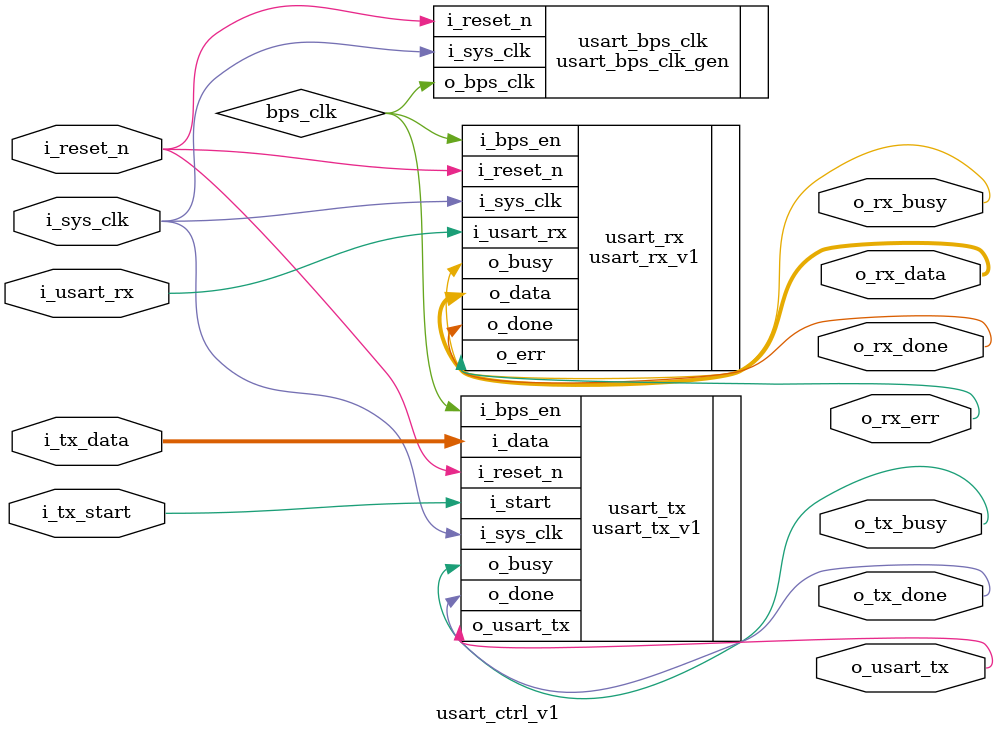
<source format=v>
`timescale 1ns / 100ps
/*
	默认采用16倍的采样率
	
*/
// Dependencies: 
//
// Revision: 1.01
// Revision 0.01 - File Created
// Additional Comments: 
//
//////////////////////////////////////////////////////////////////////////////////

module  usart_ctrl_v1 #(
	parameter	SYS_FRE 		= 50,
	parameter	USART_BPS		= 115200, 
	parameter	CHACK_WAY		= 0  // 0 无校验 1：奇校验 2：偶校验 
)( 
	input					i_sys_clk,
	input					i_reset_n,
	// TX
	input					i_tx_start,
	input		[7:0]		i_tx_data,
	output					o_usart_tx,
	output					o_tx_busy,
	output					o_tx_done,
	// RX
	input					i_usart_rx,
	output		[7:0]		o_rx_data,
	output		 			o_rx_err,
	output					o_rx_busy,
	output					o_rx_done
);

wire bps_clk;

usart_bps_clk_gen #(
	.SYS_FRE 		(SYS_FRE	),
	.USART_BPS		(USART_BPS	)
)usart_bps_clk( 
	.i_sys_clk		(i_sys_clk	),
	.i_reset_n		(i_reset_n	),
	.o_bps_clk		(bps_clk	)
);


usart_tx_v1 #(
	.SYS_FRE		(SYS_FRE	),
	.CHACK_WAY		(CHACK_WAY	)
)usart_tx(
	.i_sys_clk		(i_sys_clk	),
	.i_bps_en		(bps_clk	),
	.i_reset_n		(i_reset_n	),
	.i_start		(i_tx_start	),
	.i_data			(i_tx_data	),
	.o_usart_tx		(o_usart_tx	),
	.o_busy			(o_tx_busy	),
	.o_done			(o_tx_done	)
);

usart_rx_v1 #(
	.SYS_FRE		(SYS_FRE	),
	.CHACK_WAY		(CHACK_WAY	)
)usart_rx( 
	.i_sys_clk		(i_sys_clk	),
	.i_bps_en		(bps_clk	),
	.i_reset_n		(i_reset_n	),
	
	.i_usart_rx		(i_usart_rx	),
	.o_data			(o_rx_data	),
	.o_err			(o_rx_err	),
	.o_busy			(o_rx_busy	),
	.o_done			(o_rx_done	)
);

endmodule
</source>
